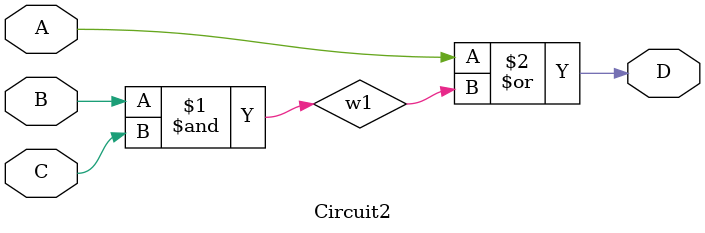
<source format=v>
module Circuit2(
    A, 
    B, 
    C, 
    D
);

    input A, B, C;
    output D;
    wire w1;
    and G1 (w1, B, C);
    or G2 (D, A, w1);
endmodule
</source>
